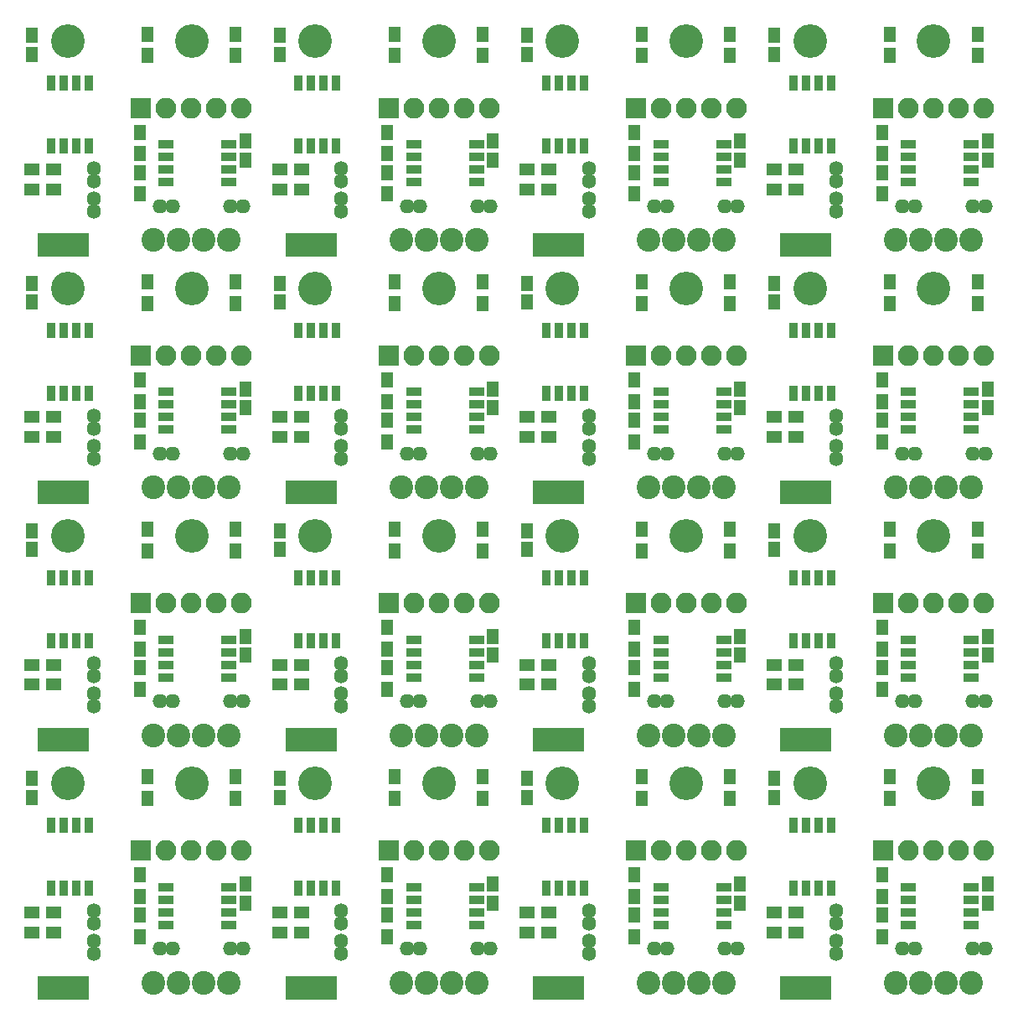
<source format=gts>
G04 #@! TF.FileFunction,Soldermask,Top*
%FSLAX46Y46*%
G04 Gerber Fmt 4.6, Leading zero omitted, Abs format (unit mm)*
G04 Created by KiCad (PCBNEW 4.0.6) date 11/11/17 16:17:48*
%MOMM*%
%LPD*%
G01*
G04 APERTURE LIST*
%ADD10C,0.100000*%
%ADD11R,0.908000X1.543000*%
%ADD12R,1.600000X1.300000*%
%ADD13R,1.150000X1.600000*%
%ADD14R,1.400000X2.400000*%
%ADD15O,3.400000X3.400000*%
%ADD16O,1.400000X1.500000*%
%ADD17R,1.543000X0.908000*%
%ADD18R,1.300000X1.600000*%
%ADD19C,2.400000*%
%ADD20O,1.500000X1.400000*%
%ADD21R,2.100000X2.100000*%
%ADD22O,2.100000X2.100000*%
G04 APERTURE END LIST*
D10*
D11*
X118810000Y-117220000D03*
X120080000Y-117220000D03*
X121350000Y-117220000D03*
X122620000Y-117220000D03*
X122620000Y-123570000D03*
X121350000Y-123570000D03*
X120080000Y-123570000D03*
X118810000Y-123570000D03*
D12*
X116900000Y-128000000D03*
X119100000Y-128000000D03*
X116900000Y-126000000D03*
X119100000Y-126000000D03*
D13*
X116905000Y-114360000D03*
X116905000Y-112460000D03*
D14*
X118175000Y-133595000D03*
X119445000Y-133595000D03*
X120715000Y-133595000D03*
X121985000Y-133595000D03*
D15*
X120500000Y-113000000D03*
D16*
X123128000Y-125856000D03*
X123128000Y-127126000D03*
X123128000Y-128904000D03*
X123128000Y-130174000D03*
X123128000Y-103904000D03*
X123128000Y-105174000D03*
X123128000Y-100856000D03*
X123128000Y-102126000D03*
D15*
X120500000Y-88000000D03*
D14*
X118175000Y-108595000D03*
X119445000Y-108595000D03*
X120715000Y-108595000D03*
X121985000Y-108595000D03*
D13*
X116905000Y-89360000D03*
X116905000Y-87460000D03*
D12*
X116900000Y-101000000D03*
X119100000Y-101000000D03*
X116900000Y-103000000D03*
X119100000Y-103000000D03*
D11*
X118810000Y-92220000D03*
X120080000Y-92220000D03*
X121350000Y-92220000D03*
X122620000Y-92220000D03*
X122620000Y-98570000D03*
X121350000Y-98570000D03*
X120080000Y-98570000D03*
X118810000Y-98570000D03*
X118810000Y-42220000D03*
X120080000Y-42220000D03*
X121350000Y-42220000D03*
X122620000Y-42220000D03*
X122620000Y-48570000D03*
X121350000Y-48570000D03*
X120080000Y-48570000D03*
X118810000Y-48570000D03*
D12*
X116900000Y-53000000D03*
X119100000Y-53000000D03*
X116900000Y-51000000D03*
X119100000Y-51000000D03*
D13*
X116905000Y-39360000D03*
X116905000Y-37460000D03*
D14*
X118175000Y-58595000D03*
X119445000Y-58595000D03*
X120715000Y-58595000D03*
X121985000Y-58595000D03*
D15*
X120500000Y-38000000D03*
D16*
X123128000Y-50856000D03*
X123128000Y-52126000D03*
X123128000Y-53904000D03*
X123128000Y-55174000D03*
X123128000Y-78904000D03*
X123128000Y-80174000D03*
X123128000Y-75856000D03*
X123128000Y-77126000D03*
D15*
X120500000Y-63000000D03*
D14*
X118175000Y-83595000D03*
X119445000Y-83595000D03*
X120715000Y-83595000D03*
X121985000Y-83595000D03*
D13*
X116905000Y-64360000D03*
X116905000Y-62460000D03*
D12*
X116900000Y-76000000D03*
X119100000Y-76000000D03*
X116900000Y-78000000D03*
X119100000Y-78000000D03*
D11*
X118810000Y-67220000D03*
X120080000Y-67220000D03*
X121350000Y-67220000D03*
X122620000Y-67220000D03*
X122620000Y-73570000D03*
X121350000Y-73570000D03*
X120080000Y-73570000D03*
X118810000Y-73570000D03*
D17*
X136795000Y-73443000D03*
X136795000Y-74713000D03*
X136795000Y-75983000D03*
X136795000Y-77253000D03*
X130445000Y-77253000D03*
X130445000Y-75983000D03*
X130445000Y-74713000D03*
X130445000Y-73443000D03*
D18*
X128540000Y-62310000D03*
X128540000Y-64510000D03*
X137430000Y-62310000D03*
X137430000Y-64510000D03*
X127778000Y-76280000D03*
X127778000Y-78480000D03*
X127778000Y-72216000D03*
X127778000Y-74416000D03*
D15*
X133000000Y-63000000D03*
D13*
X138446000Y-73128000D03*
X138446000Y-75028000D03*
D19*
X136795000Y-83095000D03*
X134255000Y-83095000D03*
X131715000Y-83095000D03*
X129175000Y-83095000D03*
D20*
X131080000Y-79666000D03*
X129810000Y-79666000D03*
X138192000Y-79666000D03*
X136922000Y-79666000D03*
D21*
X127905000Y-69760000D03*
D22*
X130445000Y-69760000D03*
X132985000Y-69760000D03*
X135525000Y-69760000D03*
X138065000Y-69760000D03*
D21*
X127905000Y-44760000D03*
D22*
X130445000Y-44760000D03*
X132985000Y-44760000D03*
X135525000Y-44760000D03*
X138065000Y-44760000D03*
D20*
X138192000Y-54666000D03*
X136922000Y-54666000D03*
X131080000Y-54666000D03*
X129810000Y-54666000D03*
D19*
X136795000Y-58095000D03*
X134255000Y-58095000D03*
X131715000Y-58095000D03*
X129175000Y-58095000D03*
D13*
X138446000Y-48128000D03*
X138446000Y-50028000D03*
D15*
X133000000Y-38000000D03*
D18*
X127778000Y-47216000D03*
X127778000Y-49416000D03*
X127778000Y-51280000D03*
X127778000Y-53480000D03*
X137430000Y-37310000D03*
X137430000Y-39510000D03*
X128540000Y-37310000D03*
X128540000Y-39510000D03*
D17*
X136795000Y-48443000D03*
X136795000Y-49713000D03*
X136795000Y-50983000D03*
X136795000Y-52253000D03*
X130445000Y-52253000D03*
X130445000Y-50983000D03*
X130445000Y-49713000D03*
X130445000Y-48443000D03*
X136795000Y-98443000D03*
X136795000Y-99713000D03*
X136795000Y-100983000D03*
X136795000Y-102253000D03*
X130445000Y-102253000D03*
X130445000Y-100983000D03*
X130445000Y-99713000D03*
X130445000Y-98443000D03*
D18*
X128540000Y-87310000D03*
X128540000Y-89510000D03*
X137430000Y-87310000D03*
X137430000Y-89510000D03*
X127778000Y-101280000D03*
X127778000Y-103480000D03*
X127778000Y-97216000D03*
X127778000Y-99416000D03*
D15*
X133000000Y-88000000D03*
D13*
X138446000Y-98128000D03*
X138446000Y-100028000D03*
D19*
X136795000Y-108095000D03*
X134255000Y-108095000D03*
X131715000Y-108095000D03*
X129175000Y-108095000D03*
D20*
X131080000Y-104666000D03*
X129810000Y-104666000D03*
X138192000Y-104666000D03*
X136922000Y-104666000D03*
D21*
X127905000Y-94760000D03*
D22*
X130445000Y-94760000D03*
X132985000Y-94760000D03*
X135525000Y-94760000D03*
X138065000Y-94760000D03*
D21*
X127905000Y-119760000D03*
D22*
X130445000Y-119760000D03*
X132985000Y-119760000D03*
X135525000Y-119760000D03*
X138065000Y-119760000D03*
D20*
X138192000Y-129666000D03*
X136922000Y-129666000D03*
X131080000Y-129666000D03*
X129810000Y-129666000D03*
D19*
X136795000Y-133095000D03*
X134255000Y-133095000D03*
X131715000Y-133095000D03*
X129175000Y-133095000D03*
D13*
X138446000Y-123128000D03*
X138446000Y-125028000D03*
D15*
X133000000Y-113000000D03*
D18*
X127778000Y-122216000D03*
X127778000Y-124416000D03*
X127778000Y-126280000D03*
X127778000Y-128480000D03*
X137430000Y-112310000D03*
X137430000Y-114510000D03*
X128540000Y-112310000D03*
X128540000Y-114510000D03*
D17*
X136795000Y-123443000D03*
X136795000Y-124713000D03*
X136795000Y-125983000D03*
X136795000Y-127253000D03*
X130445000Y-127253000D03*
X130445000Y-125983000D03*
X130445000Y-124713000D03*
X130445000Y-123443000D03*
X161795000Y-123443000D03*
X161795000Y-124713000D03*
X161795000Y-125983000D03*
X161795000Y-127253000D03*
X155445000Y-127253000D03*
X155445000Y-125983000D03*
X155445000Y-124713000D03*
X155445000Y-123443000D03*
D18*
X153540000Y-112310000D03*
X153540000Y-114510000D03*
X162430000Y-112310000D03*
X162430000Y-114510000D03*
X152778000Y-126280000D03*
X152778000Y-128480000D03*
X152778000Y-122216000D03*
X152778000Y-124416000D03*
D15*
X158000000Y-113000000D03*
D13*
X163446000Y-123128000D03*
X163446000Y-125028000D03*
D19*
X161795000Y-133095000D03*
X159255000Y-133095000D03*
X156715000Y-133095000D03*
X154175000Y-133095000D03*
D20*
X156080000Y-129666000D03*
X154810000Y-129666000D03*
X163192000Y-129666000D03*
X161922000Y-129666000D03*
D21*
X152905000Y-119760000D03*
D22*
X155445000Y-119760000D03*
X157985000Y-119760000D03*
X160525000Y-119760000D03*
X163065000Y-119760000D03*
D21*
X152905000Y-94760000D03*
D22*
X155445000Y-94760000D03*
X157985000Y-94760000D03*
X160525000Y-94760000D03*
X163065000Y-94760000D03*
D20*
X163192000Y-104666000D03*
X161922000Y-104666000D03*
X156080000Y-104666000D03*
X154810000Y-104666000D03*
D19*
X161795000Y-108095000D03*
X159255000Y-108095000D03*
X156715000Y-108095000D03*
X154175000Y-108095000D03*
D13*
X163446000Y-98128000D03*
X163446000Y-100028000D03*
D15*
X158000000Y-88000000D03*
D18*
X152778000Y-97216000D03*
X152778000Y-99416000D03*
X152778000Y-101280000D03*
X152778000Y-103480000D03*
X162430000Y-87310000D03*
X162430000Y-89510000D03*
X153540000Y-87310000D03*
X153540000Y-89510000D03*
D17*
X161795000Y-98443000D03*
X161795000Y-99713000D03*
X161795000Y-100983000D03*
X161795000Y-102253000D03*
X155445000Y-102253000D03*
X155445000Y-100983000D03*
X155445000Y-99713000D03*
X155445000Y-98443000D03*
X161795000Y-48443000D03*
X161795000Y-49713000D03*
X161795000Y-50983000D03*
X161795000Y-52253000D03*
X155445000Y-52253000D03*
X155445000Y-50983000D03*
X155445000Y-49713000D03*
X155445000Y-48443000D03*
D18*
X153540000Y-37310000D03*
X153540000Y-39510000D03*
X162430000Y-37310000D03*
X162430000Y-39510000D03*
X152778000Y-51280000D03*
X152778000Y-53480000D03*
X152778000Y-47216000D03*
X152778000Y-49416000D03*
D15*
X158000000Y-38000000D03*
D13*
X163446000Y-48128000D03*
X163446000Y-50028000D03*
D19*
X161795000Y-58095000D03*
X159255000Y-58095000D03*
X156715000Y-58095000D03*
X154175000Y-58095000D03*
D20*
X156080000Y-54666000D03*
X154810000Y-54666000D03*
X163192000Y-54666000D03*
X161922000Y-54666000D03*
D21*
X152905000Y-44760000D03*
D22*
X155445000Y-44760000D03*
X157985000Y-44760000D03*
X160525000Y-44760000D03*
X163065000Y-44760000D03*
D21*
X152905000Y-69760000D03*
D22*
X155445000Y-69760000D03*
X157985000Y-69760000D03*
X160525000Y-69760000D03*
X163065000Y-69760000D03*
D20*
X163192000Y-79666000D03*
X161922000Y-79666000D03*
X156080000Y-79666000D03*
X154810000Y-79666000D03*
D19*
X161795000Y-83095000D03*
X159255000Y-83095000D03*
X156715000Y-83095000D03*
X154175000Y-83095000D03*
D13*
X163446000Y-73128000D03*
X163446000Y-75028000D03*
D15*
X158000000Y-63000000D03*
D18*
X152778000Y-72216000D03*
X152778000Y-74416000D03*
X152778000Y-76280000D03*
X152778000Y-78480000D03*
X162430000Y-62310000D03*
X162430000Y-64510000D03*
X153540000Y-62310000D03*
X153540000Y-64510000D03*
D17*
X161795000Y-73443000D03*
X161795000Y-74713000D03*
X161795000Y-75983000D03*
X161795000Y-77253000D03*
X155445000Y-77253000D03*
X155445000Y-75983000D03*
X155445000Y-74713000D03*
X155445000Y-73443000D03*
D11*
X143810000Y-67220000D03*
X145080000Y-67220000D03*
X146350000Y-67220000D03*
X147620000Y-67220000D03*
X147620000Y-73570000D03*
X146350000Y-73570000D03*
X145080000Y-73570000D03*
X143810000Y-73570000D03*
D12*
X141900000Y-78000000D03*
X144100000Y-78000000D03*
X141900000Y-76000000D03*
X144100000Y-76000000D03*
D13*
X141905000Y-64360000D03*
X141905000Y-62460000D03*
D14*
X143175000Y-83595000D03*
X144445000Y-83595000D03*
X145715000Y-83595000D03*
X146985000Y-83595000D03*
D15*
X145500000Y-63000000D03*
D16*
X148128000Y-75856000D03*
X148128000Y-77126000D03*
X148128000Y-78904000D03*
X148128000Y-80174000D03*
X148128000Y-53904000D03*
X148128000Y-55174000D03*
X148128000Y-50856000D03*
X148128000Y-52126000D03*
D15*
X145500000Y-38000000D03*
D14*
X143175000Y-58595000D03*
X144445000Y-58595000D03*
X145715000Y-58595000D03*
X146985000Y-58595000D03*
D13*
X141905000Y-39360000D03*
X141905000Y-37460000D03*
D12*
X141900000Y-51000000D03*
X144100000Y-51000000D03*
X141900000Y-53000000D03*
X144100000Y-53000000D03*
D11*
X143810000Y-42220000D03*
X145080000Y-42220000D03*
X146350000Y-42220000D03*
X147620000Y-42220000D03*
X147620000Y-48570000D03*
X146350000Y-48570000D03*
X145080000Y-48570000D03*
X143810000Y-48570000D03*
X143810000Y-92220000D03*
X145080000Y-92220000D03*
X146350000Y-92220000D03*
X147620000Y-92220000D03*
X147620000Y-98570000D03*
X146350000Y-98570000D03*
X145080000Y-98570000D03*
X143810000Y-98570000D03*
D12*
X141900000Y-103000000D03*
X144100000Y-103000000D03*
X141900000Y-101000000D03*
X144100000Y-101000000D03*
D13*
X141905000Y-89360000D03*
X141905000Y-87460000D03*
D14*
X143175000Y-108595000D03*
X144445000Y-108595000D03*
X145715000Y-108595000D03*
X146985000Y-108595000D03*
D15*
X145500000Y-88000000D03*
D16*
X148128000Y-100856000D03*
X148128000Y-102126000D03*
X148128000Y-103904000D03*
X148128000Y-105174000D03*
X148128000Y-128904000D03*
X148128000Y-130174000D03*
X148128000Y-125856000D03*
X148128000Y-127126000D03*
D15*
X145500000Y-113000000D03*
D14*
X143175000Y-133595000D03*
X144445000Y-133595000D03*
X145715000Y-133595000D03*
X146985000Y-133595000D03*
D13*
X141905000Y-114360000D03*
X141905000Y-112460000D03*
D12*
X141900000Y-126000000D03*
X144100000Y-126000000D03*
X141900000Y-128000000D03*
X144100000Y-128000000D03*
D11*
X143810000Y-117220000D03*
X145080000Y-117220000D03*
X146350000Y-117220000D03*
X147620000Y-117220000D03*
X147620000Y-123570000D03*
X146350000Y-123570000D03*
X145080000Y-123570000D03*
X143810000Y-123570000D03*
X93810000Y-117220000D03*
X95080000Y-117220000D03*
X96350000Y-117220000D03*
X97620000Y-117220000D03*
X97620000Y-123570000D03*
X96350000Y-123570000D03*
X95080000Y-123570000D03*
X93810000Y-123570000D03*
D12*
X91900000Y-128000000D03*
X94100000Y-128000000D03*
X91900000Y-126000000D03*
X94100000Y-126000000D03*
D13*
X91905000Y-114360000D03*
X91905000Y-112460000D03*
D14*
X93175000Y-133595000D03*
X94445000Y-133595000D03*
X95715000Y-133595000D03*
X96985000Y-133595000D03*
D15*
X95500000Y-113000000D03*
D16*
X98128000Y-125856000D03*
X98128000Y-127126000D03*
X98128000Y-128904000D03*
X98128000Y-130174000D03*
X98128000Y-103904000D03*
X98128000Y-105174000D03*
X98128000Y-100856000D03*
X98128000Y-102126000D03*
D15*
X95500000Y-88000000D03*
D14*
X93175000Y-108595000D03*
X94445000Y-108595000D03*
X95715000Y-108595000D03*
X96985000Y-108595000D03*
D13*
X91905000Y-89360000D03*
X91905000Y-87460000D03*
D12*
X91900000Y-101000000D03*
X94100000Y-101000000D03*
X91900000Y-103000000D03*
X94100000Y-103000000D03*
D11*
X93810000Y-92220000D03*
X95080000Y-92220000D03*
X96350000Y-92220000D03*
X97620000Y-92220000D03*
X97620000Y-98570000D03*
X96350000Y-98570000D03*
X95080000Y-98570000D03*
X93810000Y-98570000D03*
X93810000Y-42220000D03*
X95080000Y-42220000D03*
X96350000Y-42220000D03*
X97620000Y-42220000D03*
X97620000Y-48570000D03*
X96350000Y-48570000D03*
X95080000Y-48570000D03*
X93810000Y-48570000D03*
D12*
X91900000Y-53000000D03*
X94100000Y-53000000D03*
X91900000Y-51000000D03*
X94100000Y-51000000D03*
D13*
X91905000Y-39360000D03*
X91905000Y-37460000D03*
D14*
X93175000Y-58595000D03*
X94445000Y-58595000D03*
X95715000Y-58595000D03*
X96985000Y-58595000D03*
D15*
X95500000Y-38000000D03*
D16*
X98128000Y-50856000D03*
X98128000Y-52126000D03*
X98128000Y-53904000D03*
X98128000Y-55174000D03*
X98128000Y-78904000D03*
X98128000Y-80174000D03*
X98128000Y-75856000D03*
X98128000Y-77126000D03*
D15*
X95500000Y-63000000D03*
D14*
X93175000Y-83595000D03*
X94445000Y-83595000D03*
X95715000Y-83595000D03*
X96985000Y-83595000D03*
D13*
X91905000Y-64360000D03*
X91905000Y-62460000D03*
D12*
X91900000Y-76000000D03*
X94100000Y-76000000D03*
X91900000Y-78000000D03*
X94100000Y-78000000D03*
D11*
X93810000Y-67220000D03*
X95080000Y-67220000D03*
X96350000Y-67220000D03*
X97620000Y-67220000D03*
X97620000Y-73570000D03*
X96350000Y-73570000D03*
X95080000Y-73570000D03*
X93810000Y-73570000D03*
D17*
X111795000Y-73443000D03*
X111795000Y-74713000D03*
X111795000Y-75983000D03*
X111795000Y-77253000D03*
X105445000Y-77253000D03*
X105445000Y-75983000D03*
X105445000Y-74713000D03*
X105445000Y-73443000D03*
D18*
X103540000Y-62310000D03*
X103540000Y-64510000D03*
X112430000Y-62310000D03*
X112430000Y-64510000D03*
X102778000Y-76280000D03*
X102778000Y-78480000D03*
X102778000Y-72216000D03*
X102778000Y-74416000D03*
D15*
X108000000Y-63000000D03*
D13*
X113446000Y-73128000D03*
X113446000Y-75028000D03*
D19*
X111795000Y-83095000D03*
X109255000Y-83095000D03*
X106715000Y-83095000D03*
X104175000Y-83095000D03*
D20*
X106080000Y-79666000D03*
X104810000Y-79666000D03*
X113192000Y-79666000D03*
X111922000Y-79666000D03*
D21*
X102905000Y-69760000D03*
D22*
X105445000Y-69760000D03*
X107985000Y-69760000D03*
X110525000Y-69760000D03*
X113065000Y-69760000D03*
D21*
X102905000Y-44760000D03*
D22*
X105445000Y-44760000D03*
X107985000Y-44760000D03*
X110525000Y-44760000D03*
X113065000Y-44760000D03*
D20*
X113192000Y-54666000D03*
X111922000Y-54666000D03*
X106080000Y-54666000D03*
X104810000Y-54666000D03*
D19*
X111795000Y-58095000D03*
X109255000Y-58095000D03*
X106715000Y-58095000D03*
X104175000Y-58095000D03*
D13*
X113446000Y-48128000D03*
X113446000Y-50028000D03*
D15*
X108000000Y-38000000D03*
D18*
X102778000Y-47216000D03*
X102778000Y-49416000D03*
X102778000Y-51280000D03*
X102778000Y-53480000D03*
X112430000Y-37310000D03*
X112430000Y-39510000D03*
X103540000Y-37310000D03*
X103540000Y-39510000D03*
D17*
X111795000Y-48443000D03*
X111795000Y-49713000D03*
X111795000Y-50983000D03*
X111795000Y-52253000D03*
X105445000Y-52253000D03*
X105445000Y-50983000D03*
X105445000Y-49713000D03*
X105445000Y-48443000D03*
X111795000Y-98443000D03*
X111795000Y-99713000D03*
X111795000Y-100983000D03*
X111795000Y-102253000D03*
X105445000Y-102253000D03*
X105445000Y-100983000D03*
X105445000Y-99713000D03*
X105445000Y-98443000D03*
D18*
X103540000Y-87310000D03*
X103540000Y-89510000D03*
X112430000Y-87310000D03*
X112430000Y-89510000D03*
X102778000Y-101280000D03*
X102778000Y-103480000D03*
X102778000Y-97216000D03*
X102778000Y-99416000D03*
D15*
X108000000Y-88000000D03*
D13*
X113446000Y-98128000D03*
X113446000Y-100028000D03*
D19*
X111795000Y-108095000D03*
X109255000Y-108095000D03*
X106715000Y-108095000D03*
X104175000Y-108095000D03*
D20*
X106080000Y-104666000D03*
X104810000Y-104666000D03*
X113192000Y-104666000D03*
X111922000Y-104666000D03*
D21*
X102905000Y-94760000D03*
D22*
X105445000Y-94760000D03*
X107985000Y-94760000D03*
X110525000Y-94760000D03*
X113065000Y-94760000D03*
D21*
X102905000Y-119760000D03*
D22*
X105445000Y-119760000D03*
X107985000Y-119760000D03*
X110525000Y-119760000D03*
X113065000Y-119760000D03*
D20*
X113192000Y-129666000D03*
X111922000Y-129666000D03*
X106080000Y-129666000D03*
X104810000Y-129666000D03*
D19*
X111795000Y-133095000D03*
X109255000Y-133095000D03*
X106715000Y-133095000D03*
X104175000Y-133095000D03*
D13*
X113446000Y-123128000D03*
X113446000Y-125028000D03*
D15*
X108000000Y-113000000D03*
D18*
X102778000Y-122216000D03*
X102778000Y-124416000D03*
X102778000Y-126280000D03*
X102778000Y-128480000D03*
X112430000Y-112310000D03*
X112430000Y-114510000D03*
X103540000Y-112310000D03*
X103540000Y-114510000D03*
D17*
X111795000Y-123443000D03*
X111795000Y-124713000D03*
X111795000Y-125983000D03*
X111795000Y-127253000D03*
X105445000Y-127253000D03*
X105445000Y-125983000D03*
X105445000Y-124713000D03*
X105445000Y-123443000D03*
X86795000Y-123443000D03*
X86795000Y-124713000D03*
X86795000Y-125983000D03*
X86795000Y-127253000D03*
X80445000Y-127253000D03*
X80445000Y-125983000D03*
X80445000Y-124713000D03*
X80445000Y-123443000D03*
D18*
X78540000Y-112310000D03*
X78540000Y-114510000D03*
X87430000Y-112310000D03*
X87430000Y-114510000D03*
X77778000Y-126280000D03*
X77778000Y-128480000D03*
X77778000Y-122216000D03*
X77778000Y-124416000D03*
D15*
X83000000Y-113000000D03*
D13*
X88446000Y-123128000D03*
X88446000Y-125028000D03*
D19*
X86795000Y-133095000D03*
X84255000Y-133095000D03*
X81715000Y-133095000D03*
X79175000Y-133095000D03*
D20*
X81080000Y-129666000D03*
X79810000Y-129666000D03*
X88192000Y-129666000D03*
X86922000Y-129666000D03*
D21*
X77905000Y-119760000D03*
D22*
X80445000Y-119760000D03*
X82985000Y-119760000D03*
X85525000Y-119760000D03*
X88065000Y-119760000D03*
D21*
X77905000Y-94760000D03*
D22*
X80445000Y-94760000D03*
X82985000Y-94760000D03*
X85525000Y-94760000D03*
X88065000Y-94760000D03*
D20*
X88192000Y-104666000D03*
X86922000Y-104666000D03*
X81080000Y-104666000D03*
X79810000Y-104666000D03*
D19*
X86795000Y-108095000D03*
X84255000Y-108095000D03*
X81715000Y-108095000D03*
X79175000Y-108095000D03*
D13*
X88446000Y-98128000D03*
X88446000Y-100028000D03*
D15*
X83000000Y-88000000D03*
D18*
X77778000Y-97216000D03*
X77778000Y-99416000D03*
X77778000Y-101280000D03*
X77778000Y-103480000D03*
X87430000Y-87310000D03*
X87430000Y-89510000D03*
X78540000Y-87310000D03*
X78540000Y-89510000D03*
D17*
X86795000Y-98443000D03*
X86795000Y-99713000D03*
X86795000Y-100983000D03*
X86795000Y-102253000D03*
X80445000Y-102253000D03*
X80445000Y-100983000D03*
X80445000Y-99713000D03*
X80445000Y-98443000D03*
X86795000Y-48443000D03*
X86795000Y-49713000D03*
X86795000Y-50983000D03*
X86795000Y-52253000D03*
X80445000Y-52253000D03*
X80445000Y-50983000D03*
X80445000Y-49713000D03*
X80445000Y-48443000D03*
D18*
X78540000Y-37310000D03*
X78540000Y-39510000D03*
X87430000Y-37310000D03*
X87430000Y-39510000D03*
X77778000Y-51280000D03*
X77778000Y-53480000D03*
X77778000Y-47216000D03*
X77778000Y-49416000D03*
D15*
X83000000Y-38000000D03*
D13*
X88446000Y-48128000D03*
X88446000Y-50028000D03*
D19*
X86795000Y-58095000D03*
X84255000Y-58095000D03*
X81715000Y-58095000D03*
X79175000Y-58095000D03*
D20*
X81080000Y-54666000D03*
X79810000Y-54666000D03*
X88192000Y-54666000D03*
X86922000Y-54666000D03*
D21*
X77905000Y-44760000D03*
D22*
X80445000Y-44760000D03*
X82985000Y-44760000D03*
X85525000Y-44760000D03*
X88065000Y-44760000D03*
D21*
X77905000Y-69760000D03*
D22*
X80445000Y-69760000D03*
X82985000Y-69760000D03*
X85525000Y-69760000D03*
X88065000Y-69760000D03*
D20*
X88192000Y-79666000D03*
X86922000Y-79666000D03*
X81080000Y-79666000D03*
X79810000Y-79666000D03*
D19*
X86795000Y-83095000D03*
X84255000Y-83095000D03*
X81715000Y-83095000D03*
X79175000Y-83095000D03*
D13*
X88446000Y-73128000D03*
X88446000Y-75028000D03*
D15*
X83000000Y-63000000D03*
D18*
X77778000Y-72216000D03*
X77778000Y-74416000D03*
X77778000Y-76280000D03*
X77778000Y-78480000D03*
X87430000Y-62310000D03*
X87430000Y-64510000D03*
X78540000Y-62310000D03*
X78540000Y-64510000D03*
D17*
X86795000Y-73443000D03*
X86795000Y-74713000D03*
X86795000Y-75983000D03*
X86795000Y-77253000D03*
X80445000Y-77253000D03*
X80445000Y-75983000D03*
X80445000Y-74713000D03*
X80445000Y-73443000D03*
D11*
X68810000Y-67220000D03*
X70080000Y-67220000D03*
X71350000Y-67220000D03*
X72620000Y-67220000D03*
X72620000Y-73570000D03*
X71350000Y-73570000D03*
X70080000Y-73570000D03*
X68810000Y-73570000D03*
D12*
X66900000Y-78000000D03*
X69100000Y-78000000D03*
X66900000Y-76000000D03*
X69100000Y-76000000D03*
D13*
X66905000Y-64360000D03*
X66905000Y-62460000D03*
D14*
X68175000Y-83595000D03*
X69445000Y-83595000D03*
X70715000Y-83595000D03*
X71985000Y-83595000D03*
D15*
X70500000Y-63000000D03*
D16*
X73128000Y-75856000D03*
X73128000Y-77126000D03*
X73128000Y-78904000D03*
X73128000Y-80174000D03*
X73128000Y-53904000D03*
X73128000Y-55174000D03*
X73128000Y-50856000D03*
X73128000Y-52126000D03*
D15*
X70500000Y-38000000D03*
D14*
X68175000Y-58595000D03*
X69445000Y-58595000D03*
X70715000Y-58595000D03*
X71985000Y-58595000D03*
D13*
X66905000Y-39360000D03*
X66905000Y-37460000D03*
D12*
X66900000Y-51000000D03*
X69100000Y-51000000D03*
X66900000Y-53000000D03*
X69100000Y-53000000D03*
D11*
X68810000Y-42220000D03*
X70080000Y-42220000D03*
X71350000Y-42220000D03*
X72620000Y-42220000D03*
X72620000Y-48570000D03*
X71350000Y-48570000D03*
X70080000Y-48570000D03*
X68810000Y-48570000D03*
X68810000Y-92220000D03*
X70080000Y-92220000D03*
X71350000Y-92220000D03*
X72620000Y-92220000D03*
X72620000Y-98570000D03*
X71350000Y-98570000D03*
X70080000Y-98570000D03*
X68810000Y-98570000D03*
D12*
X66900000Y-103000000D03*
X69100000Y-103000000D03*
X66900000Y-101000000D03*
X69100000Y-101000000D03*
D13*
X66905000Y-89360000D03*
X66905000Y-87460000D03*
D14*
X68175000Y-108595000D03*
X69445000Y-108595000D03*
X70715000Y-108595000D03*
X71985000Y-108595000D03*
D15*
X70500000Y-88000000D03*
D16*
X73128000Y-100856000D03*
X73128000Y-102126000D03*
X73128000Y-103904000D03*
X73128000Y-105174000D03*
X73128000Y-128904000D03*
X73128000Y-130174000D03*
X73128000Y-125856000D03*
X73128000Y-127126000D03*
D15*
X70500000Y-113000000D03*
D14*
X68175000Y-133595000D03*
X69445000Y-133595000D03*
X70715000Y-133595000D03*
X71985000Y-133595000D03*
D13*
X66905000Y-114360000D03*
X66905000Y-112460000D03*
D12*
X66900000Y-126000000D03*
X69100000Y-126000000D03*
X66900000Y-128000000D03*
X69100000Y-128000000D03*
D11*
X68810000Y-117220000D03*
X70080000Y-117220000D03*
X71350000Y-117220000D03*
X72620000Y-117220000D03*
X72620000Y-123570000D03*
X71350000Y-123570000D03*
X70080000Y-123570000D03*
X68810000Y-123570000D03*
M02*

</source>
